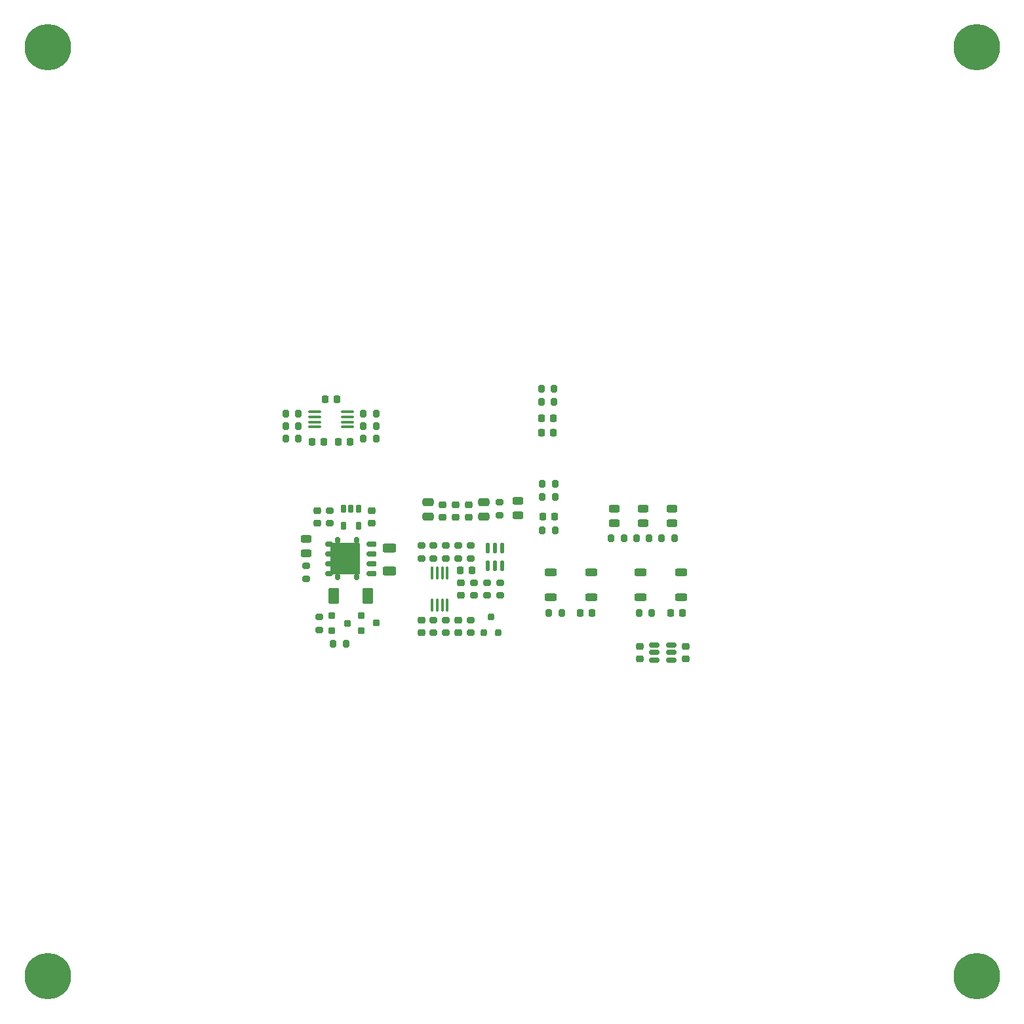
<source format=gtp>
G04 #@! TF.GenerationSoftware,KiCad,Pcbnew,8.0.4*
G04 #@! TF.CreationDate,2024-09-15T17:06:42+02:00*
G04 #@! TF.ProjectId,bj-magistrska,626a2d6d-6167-4697-9374-72736b612e6b,rev?*
G04 #@! TF.SameCoordinates,Original*
G04 #@! TF.FileFunction,Paste,Top*
G04 #@! TF.FilePolarity,Positive*
%FSLAX46Y46*%
G04 Gerber Fmt 4.6, Leading zero omitted, Abs format (unit mm)*
G04 Created by KiCad (PCBNEW 8.0.4) date 2024-09-15 17:06:42*
%MOMM*%
%LPD*%
G01*
G04 APERTURE LIST*
G04 Aperture macros list*
%AMRoundRect*
0 Rectangle with rounded corners*
0 $1 Rounding radius*
0 $2 $3 $4 $5 $6 $7 $8 $9 X,Y pos of 4 corners*
0 Add a 4 corners polygon primitive as box body*
4,1,4,$2,$3,$4,$5,$6,$7,$8,$9,$2,$3,0*
0 Add four circle primitives for the rounded corners*
1,1,$1+$1,$2,$3*
1,1,$1+$1,$4,$5*
1,1,$1+$1,$6,$7*
1,1,$1+$1,$8,$9*
0 Add four rect primitives between the rounded corners*
20,1,$1+$1,$2,$3,$4,$5,0*
20,1,$1+$1,$4,$5,$6,$7,0*
20,1,$1+$1,$6,$7,$8,$9,0*
20,1,$1+$1,$8,$9,$2,$3,0*%
G04 Aperture macros list end*
%ADD10C,6.000000*%
%ADD11RoundRect,0.200000X0.200000X0.275000X-0.200000X0.275000X-0.200000X-0.275000X0.200000X-0.275000X0*%
%ADD12RoundRect,0.200000X-0.200000X-0.275000X0.200000X-0.275000X0.200000X0.275000X-0.200000X0.275000X0*%
%ADD13RoundRect,0.225000X-0.225000X-0.250000X0.225000X-0.250000X0.225000X0.250000X-0.225000X0.250000X0*%
%ADD14RoundRect,0.243750X-0.456250X0.243750X-0.456250X-0.243750X0.456250X-0.243750X0.456250X0.243750X0*%
%ADD15RoundRect,0.200000X-0.275000X0.200000X-0.275000X-0.200000X0.275000X-0.200000X0.275000X0.200000X0*%
%ADD16RoundRect,0.200000X0.275000X-0.200000X0.275000X0.200000X-0.275000X0.200000X-0.275000X-0.200000X0*%
%ADD17RoundRect,0.218750X0.256250X-0.218750X0.256250X0.218750X-0.256250X0.218750X-0.256250X-0.218750X0*%
%ADD18RoundRect,0.162500X-0.162500X0.367500X-0.162500X-0.367500X0.162500X-0.367500X0.162500X0.367500X0*%
%ADD19RoundRect,0.225000X0.225000X0.250000X-0.225000X0.250000X-0.225000X-0.250000X0.225000X-0.250000X0*%
%ADD20RoundRect,0.225000X0.250000X-0.225000X0.250000X0.225000X-0.250000X0.225000X-0.250000X-0.225000X0*%
%ADD21RoundRect,0.100000X-0.100000X0.712500X-0.100000X-0.712500X0.100000X-0.712500X0.100000X0.712500X0*%
%ADD22RoundRect,0.150000X0.150000X-0.277500X0.150000X0.277500X-0.150000X0.277500X-0.150000X-0.277500X0*%
%ADD23RoundRect,0.152500X0.357500X-0.152500X0.357500X0.152500X-0.357500X0.152500X-0.357500X-0.152500X0*%
%ADD24RoundRect,0.250000X1.655000X-1.800000X1.655000X1.800000X-1.655000X1.800000X-1.655000X-1.800000X0*%
%ADD25RoundRect,0.152500X0.482500X-0.152500X0.482500X0.152500X-0.482500X0.152500X-0.482500X-0.152500X0*%
%ADD26RoundRect,0.200000X-0.250000X-0.200000X0.250000X-0.200000X0.250000X0.200000X-0.250000X0.200000X0*%
%ADD27RoundRect,0.250000X-0.450000X-0.800000X0.450000X-0.800000X0.450000X0.800000X-0.450000X0.800000X0*%
%ADD28RoundRect,0.250000X-0.625000X0.312500X-0.625000X-0.312500X0.625000X-0.312500X0.625000X0.312500X0*%
%ADD29RoundRect,0.100000X-0.712500X-0.100000X0.712500X-0.100000X0.712500X0.100000X-0.712500X0.100000X0*%
%ADD30RoundRect,0.150000X0.512500X0.150000X-0.512500X0.150000X-0.512500X-0.150000X0.512500X-0.150000X0*%
%ADD31RoundRect,0.250000X0.475000X-0.250000X0.475000X0.250000X-0.475000X0.250000X-0.475000X-0.250000X0*%
%ADD32RoundRect,0.225000X-0.250000X0.225000X-0.250000X-0.225000X0.250000X-0.225000X0.250000X0.225000X0*%
%ADD33RoundRect,0.125000X0.125000X-0.587500X0.125000X0.587500X-0.125000X0.587500X-0.125000X-0.587500X0*%
%ADD34RoundRect,0.200000X0.200000X-0.250000X0.200000X0.250000X-0.200000X0.250000X-0.200000X-0.250000X0*%
%ADD35RoundRect,0.250000X-0.525000X-0.250000X0.525000X-0.250000X0.525000X0.250000X-0.525000X0.250000X0*%
G04 APERTURE END LIST*
D10*
G04 #@! TO.C,REF\u002A\u002A*
X59100000Y-154700000D03*
G04 #@! TD*
G04 #@! TO.C,REF\u002A\u002A*
X179100000Y-154700000D03*
G04 #@! TD*
G04 #@! TO.C,REF\u002A\u002A*
X59100000Y-34700000D03*
G04 #@! TD*
G04 #@! TO.C,REF\u002A\u002A*
X179100000Y-34700000D03*
G04 #@! TD*
D11*
G04 #@! TO.C,R23*
X101512500Y-83600000D03*
X99862500Y-83600000D03*
G04 #@! TD*
D12*
G04 #@! TO.C,R29*
X122975000Y-97100000D03*
X124625000Y-97100000D03*
G04 #@! TD*
D13*
G04 #@! TO.C,C18*
X122900000Y-84475000D03*
X124450000Y-84475000D03*
G04 #@! TD*
D14*
G04 #@! TO.C,LED4*
X92480000Y-98222500D03*
X92480000Y-100097500D03*
G04 #@! TD*
D15*
G04 #@! TO.C,R13*
X113750000Y-108675000D03*
X113750000Y-110325000D03*
G04 #@! TD*
D16*
G04 #@! TO.C,R16*
X92500000Y-103350000D03*
X92500000Y-101700000D03*
G04 #@! TD*
D17*
G04 #@! TO.C,FB1*
X111800000Y-95387500D03*
X111800000Y-93812500D03*
G04 #@! TD*
D18*
G04 #@! TO.C,U1*
X99225000Y-94272500D03*
X98275000Y-94272500D03*
X97325000Y-94272500D03*
X97325000Y-96472500D03*
X99225000Y-96472500D03*
G04 #@! TD*
D13*
G04 #@! TO.C,C19*
X93212500Y-85675000D03*
X94762500Y-85675000D03*
G04 #@! TD*
D16*
G04 #@! TO.C,R11*
X115850000Y-105500000D03*
X115850000Y-103850000D03*
G04 #@! TD*
D19*
G04 #@! TO.C,C17*
X124575000Y-95300000D03*
X123025000Y-95300000D03*
G04 #@! TD*
D16*
G04 #@! TO.C,R3*
X94205000Y-109955000D03*
X94205000Y-108305000D03*
G04 #@! TD*
D12*
G04 #@! TO.C,R25*
X122850000Y-78825000D03*
X124500000Y-78825000D03*
G04 #@! TD*
G04 #@! TO.C,R20*
X89862500Y-83600000D03*
X91512500Y-83600000D03*
G04 #@! TD*
D15*
G04 #@! TO.C,R15*
X110550000Y-108675000D03*
X110550000Y-110325000D03*
G04 #@! TD*
D12*
G04 #@! TO.C,R4*
X95980000Y-111730000D03*
X97630000Y-111730000D03*
G04 #@! TD*
D11*
G04 #@! TO.C,R24*
X140050000Y-98100000D03*
X138400000Y-98100000D03*
G04 #@! TD*
D20*
G04 #@! TO.C,C2*
X93925000Y-96147500D03*
X93925000Y-94597500D03*
G04 #@! TD*
D13*
G04 #@! TO.C,C13*
X122850000Y-82600000D03*
X124400000Y-82600000D03*
G04 #@! TD*
D21*
G04 #@! TO.C,U2*
X110725000Y-102562500D03*
X110075000Y-102562500D03*
X109425000Y-102562500D03*
X108775000Y-102562500D03*
X108775000Y-106787500D03*
X109425000Y-106787500D03*
X110075000Y-106787500D03*
X110725000Y-106787500D03*
G04 #@! TD*
D22*
G04 #@! TO.C,Q1*
X96575000Y-103150000D03*
X99000000Y-103150000D03*
D23*
X95470000Y-102677500D03*
X95470000Y-101407500D03*
D24*
X97575000Y-100772500D03*
D23*
X95470000Y-100137500D03*
X95470000Y-98867500D03*
D22*
X96575000Y-98395000D03*
X99000000Y-98395000D03*
D25*
X100935000Y-98867500D03*
X100935000Y-102677500D03*
X100935000Y-101407500D03*
X100935000Y-100137500D03*
G04 #@! TD*
D12*
G04 #@! TO.C,R31*
X122975000Y-92800000D03*
X124625000Y-92800000D03*
G04 #@! TD*
G04 #@! TO.C,R19*
X89862500Y-82000000D03*
X91512500Y-82000000D03*
G04 #@! TD*
D20*
G04 #@! TO.C,C1*
X100975000Y-96147500D03*
X100975000Y-94597500D03*
G04 #@! TD*
D16*
G04 #@! TO.C,R8*
X110550000Y-100700000D03*
X110550000Y-99050000D03*
G04 #@! TD*
D26*
G04 #@! TO.C,Q2*
X95805000Y-108130000D03*
X95805000Y-110030000D03*
X97805000Y-109080000D03*
G04 #@! TD*
D15*
G04 #@! TO.C,R12*
X114150000Y-103850000D03*
X114150000Y-105500000D03*
G04 #@! TD*
D27*
G04 #@! TO.C,D1*
X96025000Y-105522500D03*
X100425000Y-105522500D03*
G04 #@! TD*
D14*
G04 #@! TO.C,LED1*
X139700000Y-94325000D03*
X139700000Y-96200000D03*
G04 #@! TD*
D28*
G04 #@! TO.C,R2*
X103225000Y-99410000D03*
X103225000Y-102335000D03*
G04 #@! TD*
D14*
G04 #@! TO.C,LED2*
X135980000Y-94325000D03*
X135980000Y-96200000D03*
G04 #@! TD*
D12*
G04 #@! TO.C,R30*
X122975000Y-91100000D03*
X124625000Y-91100000D03*
G04 #@! TD*
D15*
G04 #@! TO.C,R5*
X107350000Y-99050000D03*
X107350000Y-100700000D03*
G04 #@! TD*
D12*
G04 #@! TO.C,R27*
X123850000Y-107800000D03*
X125500000Y-107800000D03*
G04 #@! TD*
D26*
G04 #@! TO.C,D2*
X99575000Y-108122500D03*
X99575000Y-110022500D03*
X101575000Y-109072500D03*
G04 #@! TD*
D29*
G04 #@! TO.C,U4*
X93575000Y-81800000D03*
X93575000Y-82450000D03*
X93575000Y-83100000D03*
X93575000Y-83750000D03*
X97800000Y-83750000D03*
X97800000Y-83100000D03*
X97800000Y-82450000D03*
X97800000Y-81800000D03*
G04 #@! TD*
D20*
G04 #@! TO.C,C6*
X112150000Y-110275000D03*
X112150000Y-108725000D03*
G04 #@! TD*
G04 #@! TO.C,C9*
X110100000Y-95375000D03*
X110100000Y-93825000D03*
G04 #@! TD*
D16*
G04 #@! TO.C,R6*
X108950000Y-100700000D03*
X108950000Y-99050000D03*
G04 #@! TD*
G04 #@! TO.C,R14*
X108950000Y-110325000D03*
X108950000Y-108675000D03*
G04 #@! TD*
D30*
G04 #@! TO.C,U6*
X139687500Y-113825000D03*
X139687500Y-112875000D03*
X139687500Y-111925000D03*
X137412500Y-111925000D03*
X137412500Y-112875000D03*
X137412500Y-113825000D03*
G04 #@! TD*
D31*
G04 #@! TO.C,C10*
X108200000Y-95350000D03*
X108200000Y-93450000D03*
G04 #@! TD*
D11*
G04 #@! TO.C,R21*
X133550000Y-98100000D03*
X131900000Y-98100000D03*
G04 #@! TD*
D12*
G04 #@! TO.C,R26*
X122850000Y-80475000D03*
X124500000Y-80475000D03*
G04 #@! TD*
D32*
G04 #@! TO.C,C5*
X107350000Y-108725000D03*
X107350000Y-110275000D03*
G04 #@! TD*
D33*
G04 #@! TO.C,Q3*
X115900000Y-101662500D03*
X116850000Y-101662500D03*
X115900000Y-99387500D03*
X116850000Y-99387500D03*
X117800000Y-101662500D03*
X117800000Y-99387500D03*
G04 #@! TD*
D11*
G04 #@! TO.C,R18*
X136800000Y-98100000D03*
X135150000Y-98100000D03*
G04 #@! TD*
D16*
G04 #@! TO.C,R1*
X95575000Y-96197500D03*
X95575000Y-94547500D03*
G04 #@! TD*
D34*
G04 #@! TO.C,D3*
X115400000Y-110275000D03*
X117300000Y-110275000D03*
X116350000Y-108275000D03*
G04 #@! TD*
D19*
G04 #@! TO.C,C20*
X98162500Y-85675000D03*
X96612500Y-85675000D03*
G04 #@! TD*
G04 #@! TO.C,C14*
X96462500Y-80175000D03*
X94912500Y-80175000D03*
G04 #@! TD*
G04 #@! TO.C,C4*
X113925000Y-102275000D03*
X112375000Y-102275000D03*
G04 #@! TD*
D14*
G04 #@! TO.C,LED5*
X119800000Y-93262500D03*
X119800000Y-95137500D03*
G04 #@! TD*
D12*
G04 #@! TO.C,R17*
X89862500Y-85225000D03*
X91512500Y-85225000D03*
G04 #@! TD*
D14*
G04 #@! TO.C,LED3*
X132260000Y-94325000D03*
X132260000Y-96200000D03*
G04 #@! TD*
D15*
G04 #@! TO.C,R10*
X117550000Y-103850000D03*
X117550000Y-105500000D03*
G04 #@! TD*
D16*
G04 #@! TO.C,R33*
X117500000Y-95120000D03*
X117500000Y-93470000D03*
G04 #@! TD*
D32*
G04 #@! TO.C,C11*
X135550000Y-112100000D03*
X135550000Y-113650000D03*
G04 #@! TD*
D20*
G04 #@! TO.C,C12*
X141500000Y-113650000D03*
X141500000Y-112100000D03*
G04 #@! TD*
D11*
G04 #@! TO.C,R22*
X101512500Y-85225000D03*
X99862500Y-85225000D03*
G04 #@! TD*
D15*
G04 #@! TO.C,R9*
X113750000Y-99050000D03*
X113750000Y-100700000D03*
G04 #@! TD*
D35*
G04 #@! TO.C,SW2*
X135675000Y-102500000D03*
X140925000Y-102500000D03*
X135675000Y-105700000D03*
X140925000Y-105700000D03*
G04 #@! TD*
D20*
G04 #@! TO.C,C7*
X113500000Y-95375000D03*
X113500000Y-93825000D03*
G04 #@! TD*
D16*
G04 #@! TO.C,R7*
X112150000Y-100700000D03*
X112150000Y-99050000D03*
G04 #@! TD*
D13*
G04 #@! TO.C,C15*
X127875000Y-107800000D03*
X129425000Y-107800000D03*
G04 #@! TD*
D11*
G04 #@! TO.C,R32*
X101512500Y-82000000D03*
X99862500Y-82000000D03*
G04 #@! TD*
D35*
G04 #@! TO.C,SW1*
X124050000Y-102500000D03*
X129300000Y-102500000D03*
X124050000Y-105700000D03*
X129300000Y-105700000D03*
G04 #@! TD*
D20*
G04 #@! TO.C,C3*
X112450000Y-105450000D03*
X112450000Y-103900000D03*
G04 #@! TD*
D12*
G04 #@! TO.C,R28*
X135475000Y-107800000D03*
X137125000Y-107800000D03*
G04 #@! TD*
D31*
G04 #@! TO.C,C8*
X115400000Y-95350000D03*
X115400000Y-93450000D03*
G04 #@! TD*
D13*
G04 #@! TO.C,C16*
X139525000Y-107800000D03*
X141075000Y-107800000D03*
G04 #@! TD*
M02*

</source>
